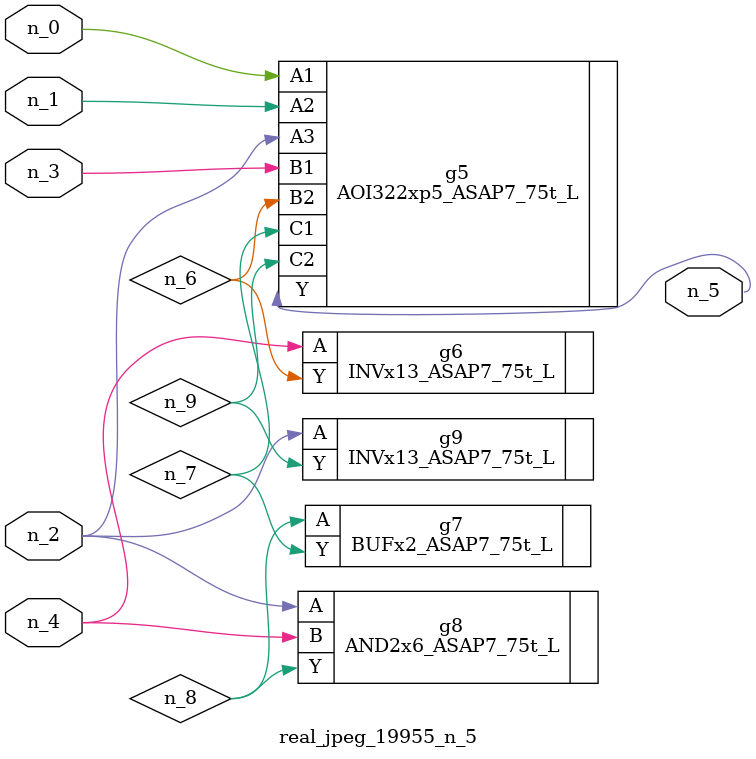
<source format=v>
module real_jpeg_19955_n_5 (n_4, n_0, n_1, n_2, n_3, n_5);

input n_4;
input n_0;
input n_1;
input n_2;
input n_3;

output n_5;

wire n_8;
wire n_6;
wire n_7;
wire n_9;

AOI322xp5_ASAP7_75t_L g5 ( 
.A1(n_0),
.A2(n_1),
.A3(n_2),
.B1(n_3),
.B2(n_6),
.C1(n_7),
.C2(n_9),
.Y(n_5)
);

AND2x6_ASAP7_75t_L g8 ( 
.A(n_2),
.B(n_4),
.Y(n_8)
);

INVx13_ASAP7_75t_L g9 ( 
.A(n_2),
.Y(n_9)
);

INVx13_ASAP7_75t_L g6 ( 
.A(n_4),
.Y(n_6)
);

BUFx2_ASAP7_75t_L g7 ( 
.A(n_8),
.Y(n_7)
);


endmodule
</source>
